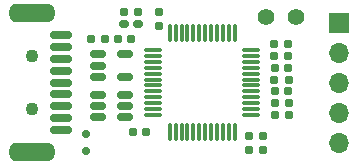
<source format=gbr>
%TF.GenerationSoftware,KiCad,Pcbnew,7.0.9*%
%TF.CreationDate,2024-09-12T17:06:43+08:00*%
%TF.ProjectId,FlyingStone-clone-01,466c7969-6e67-4537-946f-6e652d636c6f,rev?*%
%TF.SameCoordinates,Original*%
%TF.FileFunction,Soldermask,Top*%
%TF.FilePolarity,Negative*%
%FSLAX46Y46*%
G04 Gerber Fmt 4.6, Leading zero omitted, Abs format (unit mm)*
G04 Created by KiCad (PCBNEW 7.0.9) date 2024-09-12 17:06:43*
%MOMM*%
%LPD*%
G01*
G04 APERTURE LIST*
G04 Aperture macros list*
%AMRoundRect*
0 Rectangle with rounded corners*
0 $1 Rounding radius*
0 $2 $3 $4 $5 $6 $7 $8 $9 X,Y pos of 4 corners*
0 Add a 4 corners polygon primitive as box body*
4,1,4,$2,$3,$4,$5,$6,$7,$8,$9,$2,$3,0*
0 Add four circle primitives for the rounded corners*
1,1,$1+$1,$2,$3*
1,1,$1+$1,$4,$5*
1,1,$1+$1,$6,$7*
1,1,$1+$1,$8,$9*
0 Add four rect primitives between the rounded corners*
20,1,$1+$1,$2,$3,$4,$5,0*
20,1,$1+$1,$4,$5,$6,$7,0*
20,1,$1+$1,$6,$7,$8,$9,0*
20,1,$1+$1,$8,$9,$2,$3,0*%
G04 Aperture macros list end*
%ADD10C,1.100000*%
%ADD11RoundRect,0.175000X-0.725000X0.175000X-0.725000X-0.175000X0.725000X-0.175000X0.725000X0.175000X0*%
%ADD12RoundRect,0.175000X0.725000X0.175000X-0.725000X0.175000X-0.725000X-0.175000X0.725000X-0.175000X0*%
%ADD13O,4.000000X1.600000*%
%ADD14RoundRect,0.160000X0.197500X0.160000X-0.197500X0.160000X-0.197500X-0.160000X0.197500X-0.160000X0*%
%ADD15RoundRect,0.160000X0.222500X0.160000X-0.222500X0.160000X-0.222500X-0.160000X0.222500X-0.160000X0*%
%ADD16RoundRect,0.155000X-0.212500X-0.155000X0.212500X-0.155000X0.212500X0.155000X-0.212500X0.155000X0*%
%ADD17RoundRect,0.160000X-0.197500X-0.160000X0.197500X-0.160000X0.197500X0.160000X-0.197500X0.160000X0*%
%ADD18R,1.700000X1.700000*%
%ADD19O,1.700000X1.700000*%
%ADD20RoundRect,0.150000X-0.512500X-0.150000X0.512500X-0.150000X0.512500X0.150000X-0.512500X0.150000X0*%
%ADD21RoundRect,0.155000X0.212500X0.155000X-0.212500X0.155000X-0.212500X-0.155000X0.212500X-0.155000X0*%
%ADD22C,1.400000*%
%ADD23RoundRect,0.150000X0.200000X-0.150000X0.200000X0.150000X-0.200000X0.150000X-0.200000X-0.150000X0*%
%ADD24RoundRect,0.075000X0.662500X0.075000X-0.662500X0.075000X-0.662500X-0.075000X0.662500X-0.075000X0*%
%ADD25RoundRect,0.075000X0.075000X0.662500X-0.075000X0.662500X-0.075000X-0.662500X0.075000X-0.662500X0*%
%ADD26RoundRect,0.150000X0.512500X0.150000X-0.512500X0.150000X-0.512500X-0.150000X0.512500X-0.150000X0*%
%ADD27RoundRect,0.155000X0.155000X-0.212500X0.155000X0.212500X-0.155000X0.212500X-0.155000X-0.212500X0*%
G04 APERTURE END LIST*
D10*
%TO.C,J1*%
X102600000Y-109000000D03*
X102600000Y-104500000D03*
D11*
X105050000Y-109750000D03*
X105050000Y-107750000D03*
X105050000Y-105750000D03*
X105050000Y-103750000D03*
X105050000Y-102750000D03*
X105050000Y-104750000D03*
X105050000Y-106750000D03*
X105050000Y-108750000D03*
D12*
X105050000Y-110750000D03*
D13*
X102600000Y-112600000D03*
X102600000Y-100900000D03*
%TD*%
D14*
%TO.C,R8*%
X124315000Y-108520000D03*
X123120000Y-108520000D03*
%TD*%
%TO.C,R7*%
X124315000Y-109520000D03*
X123120000Y-109520000D03*
%TD*%
D15*
%TO.C,D2*%
X111562500Y-101800000D03*
X110417500Y-101800000D03*
%TD*%
D16*
%TO.C,C9*%
X123135000Y-107510000D03*
X124270000Y-107510000D03*
%TD*%
D17*
%TO.C,R5*%
X123100000Y-103490000D03*
X124295000Y-103490000D03*
%TD*%
D18*
%TO.C,J2*%
X128580000Y-101670000D03*
D19*
X128580000Y-104210000D03*
X128580000Y-106750000D03*
X128580000Y-109290000D03*
X128580000Y-111830000D03*
%TD*%
D20*
%TO.C,U3*%
X108175000Y-104360000D03*
X108175000Y-105310000D03*
X108175000Y-106260000D03*
X110450000Y-106260000D03*
X110450000Y-104360000D03*
%TD*%
D21*
%TO.C,C2*%
X110970000Y-103080000D03*
X109835000Y-103080000D03*
%TD*%
D22*
%TO.C,SW1*%
X124970000Y-101240000D03*
X122430000Y-101240000D03*
%TD*%
D17*
%TO.C,R12*%
X110395000Y-100800000D03*
X111590000Y-100800000D03*
%TD*%
D23*
%TO.C,D1*%
X107150000Y-111107500D03*
X107150000Y-112507500D03*
%TD*%
D17*
%TO.C,R10*%
X123115000Y-106510000D03*
X124310000Y-106510000D03*
%TD*%
D16*
%TO.C,C5*%
X120985000Y-111280000D03*
X122120000Y-111280000D03*
%TD*%
D21*
%TO.C,C4*%
X124260000Y-105500000D03*
X123125000Y-105500000D03*
%TD*%
D24*
%TO.C,U1*%
X121162500Y-109500000D03*
X121162500Y-109000000D03*
X121162500Y-108500000D03*
X121162500Y-108000000D03*
X121162500Y-107500000D03*
X121162500Y-107000000D03*
X121162500Y-106500000D03*
X121162500Y-106000000D03*
X121162500Y-105500000D03*
X121162500Y-105000000D03*
X121162500Y-104500000D03*
X121162500Y-104000000D03*
D25*
X119750000Y-102587500D03*
X119250000Y-102587500D03*
X118750000Y-102587500D03*
X118250000Y-102587500D03*
X117750000Y-102587500D03*
X117250000Y-102587500D03*
X116750000Y-102587500D03*
X116250000Y-102587500D03*
X115750000Y-102587500D03*
X115250000Y-102587500D03*
X114750000Y-102587500D03*
X114250000Y-102587500D03*
D24*
X112837500Y-104000000D03*
X112837500Y-104500000D03*
X112837500Y-105000000D03*
X112837500Y-105500000D03*
X112837500Y-106000000D03*
X112837500Y-106500000D03*
X112837500Y-107000000D03*
X112837500Y-107500000D03*
X112837500Y-108000000D03*
X112837500Y-108500000D03*
X112837500Y-109000000D03*
X112837500Y-109500000D03*
D25*
X114250000Y-110912500D03*
X114750000Y-110912500D03*
X115250000Y-110912500D03*
X115750000Y-110912500D03*
X116250000Y-110912500D03*
X116750000Y-110912500D03*
X117250000Y-110912500D03*
X117750000Y-110912500D03*
X118250000Y-110912500D03*
X118750000Y-110912500D03*
X119250000Y-110912500D03*
X119750000Y-110912500D03*
%TD*%
D26*
%TO.C,U2*%
X110447500Y-109690000D03*
X110447500Y-108740000D03*
X110447500Y-107790000D03*
X108172500Y-107790000D03*
X108172500Y-108740000D03*
X108172500Y-109690000D03*
%TD*%
D27*
%TO.C,C3*%
X113330000Y-101950000D03*
X113330000Y-100815000D03*
%TD*%
D14*
%TO.C,R9*%
X122140000Y-112480000D03*
X120945000Y-112480000D03*
%TD*%
D21*
%TO.C,C6*%
X112237500Y-110970000D03*
X111102500Y-110970000D03*
%TD*%
D14*
%TO.C,R6*%
X124295000Y-104500000D03*
X123100000Y-104500000D03*
%TD*%
D16*
%TO.C,C1*%
X107612500Y-103080000D03*
X108747500Y-103080000D03*
%TD*%
M02*

</source>
